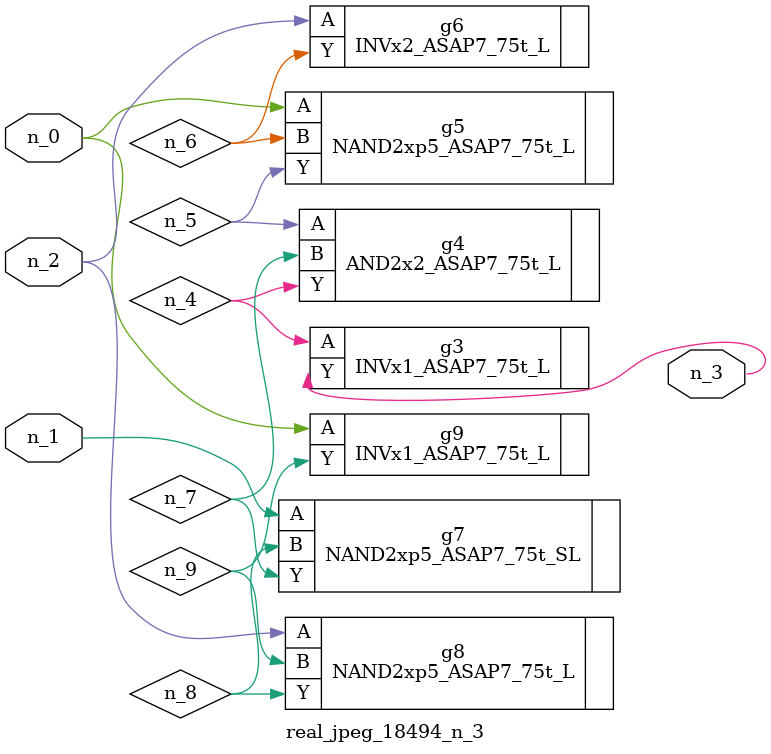
<source format=v>
module real_jpeg_18494_n_3 (n_1, n_0, n_2, n_3);

input n_1;
input n_0;
input n_2;

output n_3;

wire n_5;
wire n_8;
wire n_4;
wire n_6;
wire n_7;
wire n_9;

NAND2xp5_ASAP7_75t_L g5 ( 
.A(n_0),
.B(n_6),
.Y(n_5)
);

INVx1_ASAP7_75t_L g9 ( 
.A(n_0),
.Y(n_9)
);

NAND2xp5_ASAP7_75t_SL g7 ( 
.A(n_1),
.B(n_8),
.Y(n_7)
);

INVx2_ASAP7_75t_L g6 ( 
.A(n_2),
.Y(n_6)
);

NAND2xp5_ASAP7_75t_L g8 ( 
.A(n_2),
.B(n_9),
.Y(n_8)
);

INVx1_ASAP7_75t_L g3 ( 
.A(n_4),
.Y(n_3)
);

AND2x2_ASAP7_75t_L g4 ( 
.A(n_5),
.B(n_7),
.Y(n_4)
);


endmodule
</source>
